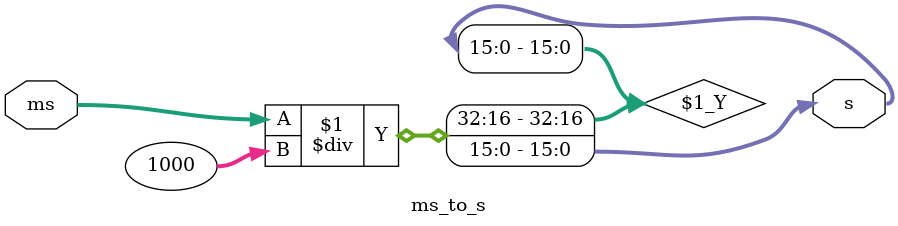
<source format=v>
`timescale 1ns / 1ps

// Refer to this link https://web.archive.org/web/20180517023231/http://www.hackersdelight.org/divcMore.pdf
// For how to do a divide by 1000! Although it's in C, it avoids using any complex operations like multiply and divide

module ms_to_s(
    input [32:0]ms,
    output [15:0]s
    );
    
    assign s = ms / 1000;
    
endmodule

</source>
